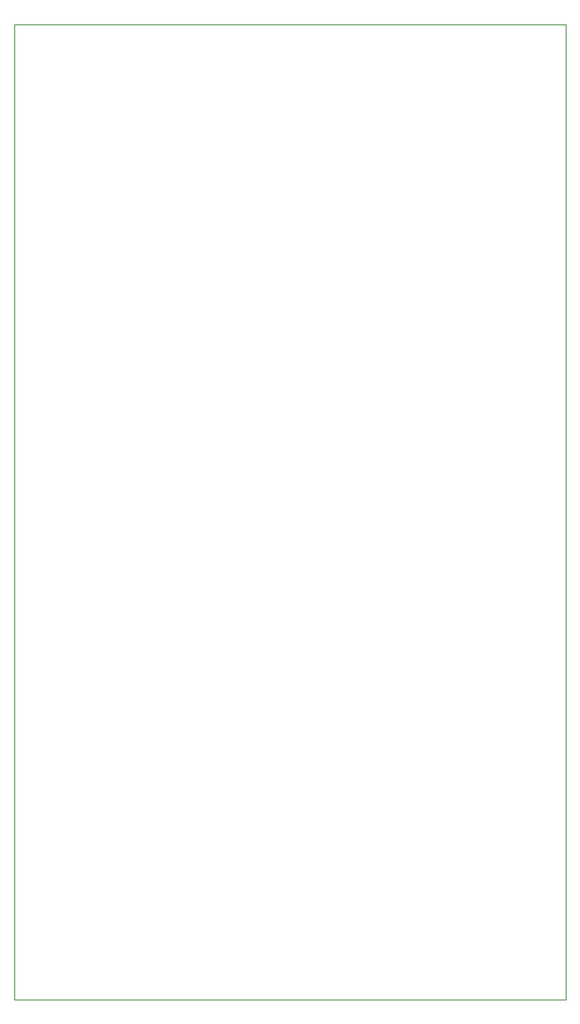
<source format=gm1>
G04 #@! TF.GenerationSoftware,KiCad,Pcbnew,8.0.4*
G04 #@! TF.CreationDate,2024-08-21T22:32:05+02:00*
G04 #@! TF.ProjectId,pixxy,70697878-792e-46b6-9963-61645f706362,rev?*
G04 #@! TF.SameCoordinates,Original*
G04 #@! TF.FileFunction,Profile,NP*
%FSLAX46Y46*%
G04 Gerber Fmt 4.6, Leading zero omitted, Abs format (unit mm)*
G04 Created by KiCad (PCBNEW 8.0.4) date 2024-08-21 22:32:05*
%MOMM*%
%LPD*%
G01*
G04 APERTURE LIST*
G04 #@! TA.AperFunction,Profile*
%ADD10C,0.050000*%
G04 #@! TD*
G04 APERTURE END LIST*
D10*
X41000000Y-33500000D02*
X96500000Y-33500000D01*
X96500000Y-131500000D01*
X41000000Y-131500000D01*
X41000000Y-33500000D01*
M02*

</source>
